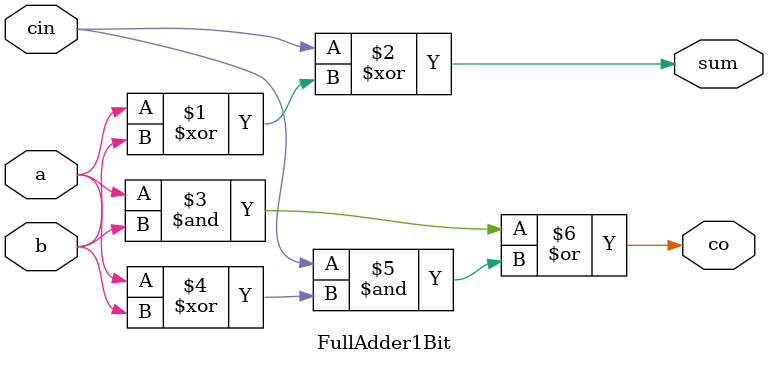
<source format=v>
`timescale 1ns / 1ps
module FullAdder1Bit(
	input a, b, cin,
	output sum, co
    );
assign sum = cin^(a^b);
assign co = (a&b) | cin & (a^b);
endmodule

</source>
